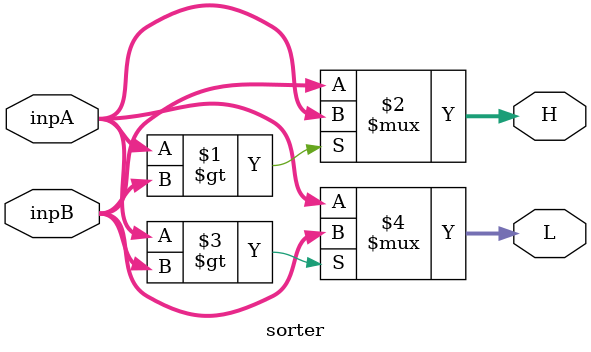
<source format=v>
module sorter(inpA,inpB,H,L);
input [1:0] inpA;
input [1:0] inpB;
output [1:0] H;
output [1:0] L;

assign H=(inpA>inpB)?inpA:inpB;
assign L=(inpA>inpB)?inpB:inpA;

endmodule
</source>
